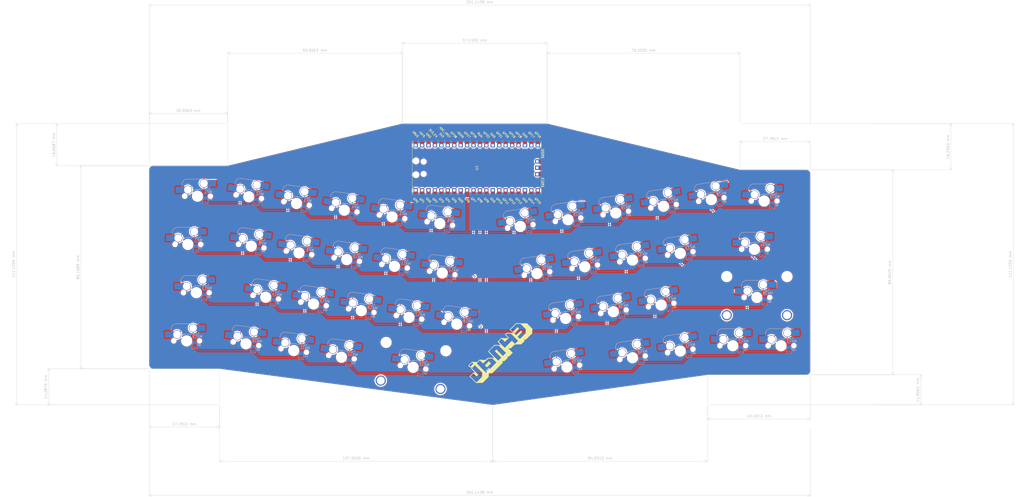
<source format=kicad_pcb>
(kicad_pcb (version 20221018) (generator pcbnew)
  (layers (0 "F.Cu" signal) (31 "B.Cu" signal) (34 "B.Paste" user) (35 "F.Paste" user) (36 "B.SilkS" user "B.Silkscreen") (37 "F.SilkS" user "F.Silkscreen") (38 "B.Mask" user) (39 "F.Mask" user) (44 "Edge.Cuts" user))
  (net 0 "")
  (net 1 "ROW_1")
  (net 2 "Net-(D1-A)")
  (net 3 "Net-(D2-A)")
  (net 4 "Net-(D3-A)")
  (net 5 "Net-(D4-A)")
  (net 6 "Net-(D5-A)")
  (net 7 "Net-(D6-A)")
  (net 8 "ROW_2")
  (net 9 "Net-(D7-A)")
  (net 10 "Net-(D8-A)")
  (net 11 "Net-(D9-A)")
  (net 12 "Net-(D10-A)")
  (net 13 "Net-(D11-A)")
  (net 14 "Net-(D12-A)")
  (net 15 "ROW_3")
  (net 16 "Net-(D13-A)")
  (net 17 "Net-(D14-A)")
  (net 18 "Net-(D15-A)")
  (net 19 "Net-(D16-A)")
  (net 20 "Net-(D17-A)")
  (net 21 "Net-(D18-A)")
  (net 22 "ROW_4")
  (net 23 "Net-(D19-A)")
  (net 24 "Net-(D20-A)")
  (net 25 "Net-(D21-A)")
  (net 26 "Net-(D22-A)")
  (net 27 "Net-(D23-A)")
  (net 28 "Net-(D24-A)")
  (net 29 "Net-(D25-A)")
  (net 30 "Net-(D26-A)")
  (net 31 "Net-(D27-A)")
  (net 32 "Net-(D28-A)")
  (net 33 "Net-(D29-A)")
  (net 34 "Net-(D30-A)")
  (net 35 "Net-(D31-A)")
  (net 36 "Net-(D32-A)")
  (net 37 "Net-(D33-A)")
  (net 38 "Net-(D34-A)")
  (net 39 "Net-(D35-A)")
  (net 40 "Net-(D36-A)")
  (net 41 "Net-(D37-A)")
  (net 42 "Net-(D38-A)")
  (net 43 "Net-(D39-A)")
  (net 44 "Net-(D40-A)")
  (net 45 "Net-(D41-A)")
  (net 46 "Net-(D42-A)")
  (net 47 "Net-(D43-A)")
  (net 48 "COL_1")
  (net 49 "COL_2")
  (net 50 "COL_3")
  (net 51 "COL_4")
  (net 52 "COL_5")
  (net 53 "COL_6")
  (net 54 "COL_7")
  (net 55 "COL_8")
  (net 56 "COL_9")
  (net 57 "COL_10")
  (net 58 "COL_11")
  (net 59 "COL_12")
  (footprint "MCU_RaspberryPi_and_Boards:RPi_Pico_SMD_TH" (layer "F.Cu") (at 147.6375 19.05 90)
    (fp_text reference "U1")
    (fp_text value "Pico")
  )
  (footprint "j6n47_footprints:j6n43_logo" (layer "F.Cu") (at 156.36875 91.28125 45)
    (fp_text reference "G***" hide)
    (fp_text value "LOGO" hide)
  )
  (footprint "PCM_marbastlib-mx:SW_MX_HS_1u" (layer "B.Cu") (at 75.331818 91.221049 172)
    (fp_text reference "MX21")
    (fp_text value "MX_SW_HS" hide)
  )
  (footprint "PCM_marbastlib-mx:SW_MX_HS_1u" (layer "B.Cu") (at 76.446802 33.123162 172)
    (fp_text reference "MX3")
    (fp_text value "MX_SW_HS" hide)
  )
  (footprint "PCM_marbastlib-mx:SW_MX_HS_1u" (layer "B.Cu") (at 94.196425 93.872297 172)
    (fp_text reference "MX22")
    (fp_text value "MX_SW_HS" hide)
  )
  (footprint "PCM_marbastlib-mx:SW_MX_HS_1u" (layer "B.Cu") (at 261.168056 32.176439 180)
    (fp_text reference "MX29")
    (fp_text value "MX_SW_HS" hide)
  )
  (footprint "Diode_SMD:D_SOD-123" (layer "B.Cu") (at 67.315652 71.293448 82)
    (fp_text reference "D14")
    (fp_text value "D_Small")
  )
  (footprint "PCM_marbastlib-mx:SW_MX_HS_1u" (layer "B.Cu") (at 171.45 60.80125 -172)
    (fp_text reference "MX30")
    (fp_text value "MX_SW_HS" hide)
  )
  (footprint "Diode_SMD:D_SOD-123" (layer "B.Cu") (at 264.31875 32.86125 90)
    (fp_text reference "D29")
    (fp_text value "D_Small")
  )
  (footprint "PCM_marbastlib-mx:SW_MX_HS_1u" (layer "B.Cu") (at 83.155535 72.828057 172)
    (fp_text reference "MX15")
    (fp_text value "MX_SW_HS" hide)
  )
  (footprint "Diode_SMD:D_SOD-123" (layer "B.Cu") (at 40.48125 30.95625 90)
    (fp_text reference "D1")
    (fp_text value "D_Small")
  )
  (footprint "PCM_marbastlib-mx:SW_MX_HS_1u" (layer "B.Cu") (at 209.179213 55.498754 -172)
    (fp_text reference "MX32")
    (fp_text value "MX_SW_HS" hide)
  )
  (footprint "Diode_SMD:D_SOD-123" (layer "B.Cu") (at 123.909473 79.247191 82)
    (fp_text reference "D17")
    (fp_text value "D_Small")
  )
  (footprint "PCM_marbastlib-mx:SW_MX_HS_1u" (layer "B.Cu") (at 201.63337 75.895004 -172)
    (fp_text reference "MX36")
    (fp_text value "MX_SW_HS" hide)
  )
  (footprint "PCM_marbastlib-mx:SW_MX_HS_1u" (layer "B.Cu") (at 115.149083 57.945423 172)
    (fp_text reference "MX11")
    (fp_text value "MX_SW_HS" hide)
  )
  (footprint "PCM_marbastlib-mx:SW_MX_HS_1u" (layer "B.Cu") (at 228.04382 91.423757 -172)
    (fp_text reference "MX41")
    (fp_text value "MX_SW_HS" hide)
  )
  (footprint "Diode_SMD:D_SOD-123" (layer "B.Cu") (at 231.259159 53.087162 98)
    (fp_text reference "D33")
    (fp_text value "D_Small")
  )
  (footprint "Diode_SMD:D_SOD-123" (layer "B.Cu") (at 142.774079 81.898439 82)
    (fp_text reference "D18")
    (fp_text value "D_Small")
  )
  (footprint "PCM_marbastlib-mx:SW_MX_HS_1.25u" (layer "B.Cu") (at 33.044306 87.421439 180)
    (fp_text reference "MX19")
    (fp_text value "MX_SW_HS" hide)
  )
  (footprint "Diode_SMD:D_SOD-123" (layer "B.Cu") (at 174.665339 61.040904 98)
    (fp_text reference "D30")
    (fp_text value "D_Small")
  )
  (footprint "Diode_SMD:D_SOD-123" (layer "B.Cu") (at 204.848709 76.134658 98)
    (fp_text reference "D36")
    (fp_text value "D_Small")
  )
  (footprint "Diode_SMD:D_SOD-123" (layer "B.Cu") (at 40.005 69.05625 90)
    (fp_text reference "D13")
    (fp_text value "D_Small")
  )
  (footprint "PCM_marbastlib-mx:SW_MX_HS_1u" (layer "B.Cu") (at 56.467212 88.569801 172)
    (fp_text reference "MX20")
    (fp_text value "MX_SW_HS" hide)
  )
  (footprint "Diode_SMD:D_SOD-123" (layer "B.Cu") (at 136.065346 42.193543 82)
    (fp_text reference "D6")
    (fp_text value "D_Small")
  )
  (footprint "Diode_SMD:D_SOD-123" (layer "B.Cu") (at 97.221149 94.988935 82)
    (fp_text reference "D22")
    (fp_text value "D_Small")
  )
  (footprint "Diode_SMD:D_SOD-123" (layer "B.Cu") (at 168.062726 42.442591 98)
    (fp_text reference "D24")
    (fp_text value "D_Small")
  )
  (footprint "Diode_SMD:D_SOD-123" (layer "B.Cu") (at 80.444594 53.759567 82)
    (fp_text reference "D9")
    (fp_text value "D_Small")
  )
  (footprint "Diode_SMD:D_SOD-123" (layer "B.Cu") (at 270.986249 90.01125 90)
    (fp_text reference "D43")
    (fp_text value "D_Small")
  )
  (footprint "PCM_marbastlib-mx:SW_MX_HS_1u" (layer "B.Cu") (at 114.176015 38.425657 172)
    (fp_text reference "MX5")
    (fp_text value "MX_SW_HS" hide)
  )
  (footprint "PCM_marbastlib-mx:SW_MX_HS_1u" (layer "B.Cu") (at 164.847388 42.202936 -172)
    (fp_text reference "MX24")
    (fp_text value "MX_SW_HS" hide)
  )
  (footprint "Diode_SMD:D_SOD-123" (layer "B.Cu") (at 205.79194 37.140096 98)
    (fp_text reference "D26")
    (fp_text value "D_Small")
  )
  (footprint "Diode_SMD:D_SOD-123" (layer "B.Cu") (at 186.455718 97.960125 98)
    (fp_text reference "D39")
    (fp_text value "D_Small")
  )
  (footprint "Diode_SMD:D_SOD-123" (layer "B.Cu") (at 118.173807 59.062062 82)
    (fp_text reference "D11")
    (fp_text value "D_Small")
  )
  (footprint "PCM_marbastlib-mx:SW_MX_HS_1u" (layer "B.Cu") (at 96.284476 55.294176 172)
    (fp_text reference "MX10")
    (fp_text value "MX_SW_HS" hide)
  )
  (footprint "Diode_SMD:D_SOD-123" (layer "B.Cu") (at 251.936249 90.01125 90)
    (fp_text reference "D42")
    (fp_text value "D_Small")
  )
  (footprint "Diode_SMD:D_SOD-123" (layer "B.Cu") (at 212.394552 55.738409 98)
    (fp_text reference "D32")
    (fp_text value "D_Small")
  )
  (footprint "PCM_marbastlib-mx:SW_MX_HS_1u" (layer "B.Cu") (at 220.497976 73.243756 -172)
    (fp_text reference "MX37")
    (fp_text value "MX_SW_HS" hide)
  )
  (footprint "PCM_marbastlib-mx:STAB_MX_P_2u" (layer "B.Cu") (at 258.310555 70.276439)
    (fp_text reference "S38" hide)
    (fp_text value "MX_stab")
  )
  (footprint "PCM_marbastlib-mx:SW_MX_HS_1u" (layer "B.Cu") (at 58.555263 49.991681 172)
    (fp_text reference "MX8")
    (fp_text value "MX_SW_HS" hide)
  )
  (footprint "PCM_marbastlib-mx:SW_MX_HS_1u" (layer "B.Cu") (at 64.290928 70.17681 172)
    (fp_text reference "MX14")
    (fp_text value "MX_SW_HS" hide)
  )
  (footprint "PCM_marbastlib-mx:SW_MX_HS_1u" (layer "B.Cu") (at 120.884748 78.130553 172)
    (fp_text reference "MX17")
    (fp_text value "MX_SW_HS" hide)
  )
  (footprint "Diode_SMD:D_SOD-123" (layer "B.Cu") (at 60.606919 31.588552 82)
    (fp_text reference "D2")
    (fp_text value "D_Small")
  )
  (footprint "PCM_marbastlib-mx:SW_MX_HS_1u" (layer "B.Cu") (at 183.711994 39.551689 -172)
    (fp_text reference "MX25")
    (fp_text value "MX_SW_HS" hide)
  )
  (footprint "Diode_SMD:D_SOD-123" (layer "B.Cu") (at 78.356543 92.337687 82)
    (fp_text reference "D21")
    (fp_text value "D_Small")
  )
  (footprint "PCM_marbastlib-mx:SW_MX_HS_1.75u" (layer "B.Cu") (at 257.358056 51.226439 180)
    (fp_text reference "MX34")
    (fp_text value "MX_SW_HS" hide)
  )
  (footprint "Diode_SMD:D_SOD-123" (layer "B.Cu") (at 98.336133 36.891048 82)
    (fp_text reference "D4")
    (fp_text value "D_Small")
  )
  (footprint "Diode_SMD:D_SOD-123" (layer "B.Cu") (at 193.529946 58.389657 98)
    (fp_text reference "D31")
    (fp_text value "D_Small")
  )
  (footprint "PCM_marbastlib-mx:SW_MX_HS_1u" (layer "B.Cu") (at 102.020141 75.479305 172)
    (fp_text reference "MX16")
    (fp_text value "MX_SW_HS" hide)
  )
  (footprint "Diode_SMD:D_SOD-123" (layer "B.Cu") (at 243.521153 31.837601 98)
    (fp_text reference "D28")
    (fp_text value "D_Small")
  )
  (footprint "PCM_marbastlib-mx:SW_MX_HS_1u" (layer "B.Cu") (at 139.749355 80.7818 172)
    (fp_text reference "MX18")
    (fp_text value "MX_SW_HS" hide)
  )
  (footprint "Diode_SMD:D_SOD-123" (layer "B.Cu") (at 231.259159 91.663412 98)
    (fp_text reference "D41")
    (fp_text value "D_Small")
  )
  (footprint "PCM_marbastlib-mx:SW_MX_HS_1u" (layer "B.Cu") (at 122.493335 97.849168 172)
    (fp_text reference "MX23")
    (fp_text value "MX_SW_HS" hide)
  )
  (footprint "PCM_marbastlib-mx:SW_MX_HS_1u" (layer "B.Cu") (at 209.179213 94.075004 -172)
    (fp_text reference "MX40")
    (fp_text value "MX_SW_HS" hide)
  )
  (footprint "Diode_SMD:D_SOD-123" (layer "B.Cu") (at 224.656547 34.488848 98)
    (fp_text reference "D27")
    (fp_text value "D_Small")
  )
  (footprint "Diode_SMD:D_SOD-123" (layer "B.Cu") (at 186.927333 39.791343 98)
    (fp_text reference "D25")
    (fp_text value "D_Small")
  )
  (footprint "PCM_marbastlib-mx:SW_MX_HS_1u" (layer "B.Cu") (at 182.768763 78.546251 -172)
    (fp_text reference "MX35")
    (fp_text value "MX_SW_HS" hide)
  )
  (footprint "Diode_SMD:D_SOD-123" (layer "B.Cu") (at 79.471526 34.2398 82)
    (fp_text reference "D3")
    (fp_text value "D_Small")
  )
  (footprint "Diode_SMD:D_SOD-123" (layer "B.Cu") (at 36.195 88.10625 90)
    (fp_text reference "D19")
    (fp_text value "D_Small")
  )
  (footprint "PCM_marbastlib-mx:SW_MX_HS_1u" (layer "B.Cu") (at 133.040622 41.076904 172)
    (fp_text reference "MX6")
    (fp_text value "MX_SW_HS" hide)
  )
  (footprint "PCM_marbastlib-mx:SW_MX_HS_1u" (layer "B.Cu") (at 248.785555 89.326439 180)
    (fp_text reference "MX42")
    (fp_text value "MX_SW_HS" hide)
  )
  (footprint "PCM_marbastlib-mx:SW_MX_HS_1u" (layer "B.Cu") (at 228.04382 52.847507 -172)
    (fp_text reference "MX33")
    (fp_text value "MX_SW_HS" hide)
  )
  (footprint "PCM_marbastlib-mx:SW_MX_HS_1u" (layer "B.Cu") (at 57.582195 30.471914 172)
    (fp_text reference "MX2")
    (fp_text value "MX_SW_HS" hide)
  )
  (footprint "PCM_marbastlib-mx:SW_MX_HS_1u" (layer "B.Cu") (at 258.310555 70.276439 180)
    (fp_text reference "MX38")
    (fp_text value "MX_SW_HS" hide)
  )
  (footprint "PCM_marbastlib-mx:SW_MX_HS_1.5u" (layer "B.Cu") (at 33.520556 49.321439 180)
    (fp_text reference "MX7")
    (fp_text value "MX_SW_HS" hide)
  )
  (footprint "Diode_SMD:D_SOD-123" (layer "B.Cu") (at 261.461249 70.96125 90)
    (fp_text reference "D38")
    (fp_text value "D_Small")
  )
  (footprint "Diode_SMD:D_SOD-123" (layer "B.Cu") (at 86.180259 73.944696 82)
    (fp_text reference "D15")
    (fp_text value "D_Small")
  )
  (footprint "PCM_marbastlib-mx:SW_MX_HS_1u" (layer "B.Cu") (at 77.41987 52.642928 172)
    (fp_text reference "MX9")
    (fp_text value "MX_SW_HS" hide)
  )
  (footprint "PCM_marbastlib-mx:SW_MX_HS_1u" (layer "B.Cu") (at 36.854306 68.371439 180)
    (fp_text reference "MX13")
    (fp_text value "MX_SW_HS" hide)
  )
  (footprint "Diode_SMD:D_SOD-123" (layer "B.Cu") (at 117.200739 39.542295 82)
    (fp_text reference "D5")
    (fp_text value "D_Small")
  )
  (footprint "Diode_SMD:D_SOD-123" (layer "B.Cu") (at 105.044866 76.595943 82)
    (fp_text reference "D16")
    (fp_text value "D_Small")
  )
  (footprint "PCM_marbastlib-mx:STAB_MX_P_2u" (layer "B.Cu") (at 122.493335 97.849168 -8)
    (fp_text reference "S23" hide)
    (fp_text value "MX_stab")
  )
  (footprint "Diode_SMD:D_SOD-123" (layer "B.Cu") (at 137.038414 61.713309 82)
    (fp_text reference "D12")
    (fp_text value "D_Small")
  )
  (footprint "PCM_marbastlib-mx:SW_MX_HS_1u" (layer "B.Cu") (at 95.311408 35.774409 172)
    (fp_text reference "MX4")
    (fp_text value "MX_SW_HS" hide)
  )
  (footprint "PCM_marbastlib-mx:SW_MX_HS_1u" (layer "B.Cu") (at 240.305814 31.597946 -172)
    (fp_text reference "MX28")
    (fp_text value "MX_SW_HS" hide)
  )
  (footprint "Diode_SMD:D_SOD-123" (layer "B.Cu") (at 125.51806 98.965806 82)
    (fp_text reference "D23")
    (fp_text value "D_Small")
  )
  (footprint "PCM_marbastlib-mx:SW_MX_HS_1u" (layer "B.Cu") (at 37.330556 30.271439 180)
    (fp_text reference "MX1")
    (fp_text value "MX_SW_HS" hide)
  )
  (footprint "Diode_SMD:D_SOD-123" (layer "B.Cu") (at 36.67125 50.00625 90)
    (fp_text reference "D7")
    (fp_text value "D_Small")
  )
  (footprint "Diode_SMD:D_SOD-123" (layer "B.Cu") (at 99.309201 56.410814 82)
    (fp_text reference "D10")
    (fp_text value "D_Small")
  )
  (footprint "PCM_marbastlib-mx:SW_MX_HS_1u" (layer "B.Cu") (at 221.441208 34.249194 -172)
    (fp_text reference "MX27")
    (fp_text value "MX_SW_HS" hide)
  )
  (footprint "Diode_SMD:D_SOD-123" (layer "B.Cu") (at 61.579987 51.108319 82)
    (fp_text reference "D8")
    (fp_text value "D_Small")
  )
  (footprint "Diode_SMD:D_SOD-123" (layer "B.Cu") (at 59.491936 89.68644 82)
    (fp_text reference "D20")
    (fp_text value "D_Small")
  )
  (footprint "PCM_marbastlib-mx:SW_MX_HS_1u" (layer "B.Cu") (at 202.576601 36.900441 -172)
    (fp_text reference "MX26")
    (fp_text value "MX_SW_HS" hide)
  )
  (footprint "Diode_SMD:D_SOD-123" (layer "B.Cu") (at 223.713315 73.483411 98)
    (fp_text reference "D37")
    (fp_text value "D_Small")
  )
  (footprint "PCM_marbastlib-mx:SW_MX_HS_1.75u" (layer "B.Cu") (at 183.240379 97.72047 -172)
    (fp_text reference "MX39")
    (fp_text value "MX_SW_HS" hide)
  )
  (footprint "Diode_SMD:D_SOD-123" (layer "B.Cu") (at 185.984102 78.785906 98)
    (fp_text reference "D35")
    (fp_text value "D_Small")
  )
  (footprint "Diode_SMD:D_SOD-123" (layer "B.Cu") (at 212.394552 94.314659 98)
    (fp_text reference "D40")
    (fp_text value "D_Small")
  )
  (footprint "PCM_marbastlib-mx:SW_MX_HS_1u" (layer "B.Cu") (at 134.01369 60.596671 172)
    (fp_text reference "MX12")
    (fp_text value "MX_SW_HS" hide)
  )
  (footprint "Diode_SMD:D_SOD-123" (layer "B.Cu") (at 260.50875 51.91125 90)
    (fp_text reference "D34")
    (fp_text value "D_Small")
  )
  (footprint "PCM_marbastlib-mx:SW_MX_HS_1u" (layer "B.Cu") (at 267.835555 89.326439 180)
    (fp_text reference "MX43")
    (fp_text value "MX_SW_HS" hide)
  )
  (footprint "PCM_marbastlib-mx:SW_MX_HS_1u" (layer "B.Cu") (at 190.314607 58.150002 -172)
    (fp_text reference "MX31")
    (fp_text value "MX_SW_HS" hide)
  )
  (gr_arc (start 277.8125 19.84375) (mid 278.935032 20.308718) (end 279.4 21.43125) (stroke (width 0.1)) (layer "Edge.Cuts"))
  (gr_line (start 18.25625 96.8375) (end 18.25625 19.84375) (stroke (width 0.1)) (layer "Edge.Cuts"))
  (gr_line (start 277.8125 100.80625) (end 238.91875 100.80625) (stroke (width 0.1)) (layer "Edge.Cuts"))
  (gr_line (start 238.91875 100.80625) (end 153.9875 112.7125) (stroke (width 0.1)) (layer "Edge.Cuts"))
  (gr_line (start 279.4 21.43125) (end 279.4 99.21875) (stroke (width 0.1)) (layer "Edge.Cuts"))
  (gr_line (start 46.0375 98.425) (end 19.84375 98.425) (stroke (width 0.1)) (layer "Edge.Cuts"))
  (gr_arc (start 18.25625 19.84375) (mid 18.721218 18.721218) (end 19.84375 18.25625) (stroke (width 0.1)) (layer "Edge.Cuts"))
  (gr_line (start 49.2125 18.25625) (end 118.26875 1.5875) (stroke (width 0.1)) (layer "Edge.Cuts"))
  (gr_arc (start 19.84375 98.425) (mid 18.721218 97.960032) (end 18.25625 96.8375) (stroke (width 0.1)) (layer "Edge.Cuts"))
  (gr_line (start 251.61875 19.84375) (end 277.8125 19.84375) (stroke (width 0.1)) (layer "Edge.Cuts"))
  (gr_line (start 153.9875 112.7125) (end 46.0375 98.425) (stroke (width 0.1)) (layer "Edge.Cuts"))
  (gr_line (start 175.41875 1.5875) (end 251.61875 19.84375) (stroke (width 0.1)) (layer "Edge.Cuts"))
  (gr_arc (start 279.4 99.21875) (mid 278.935032 100.341282) (end 277.8125 100.80625) (stroke (width 0.1)) (layer "Edge.Cuts"))
  (gr_line (start 118.26875 1.5875) (end 175.41875 1.5875) (stroke (width 0.1)) (layer "Edge.Cuts"))
  (gr_line (start 19.84375 18.25625) (end 49.2125 18.25625) (stroke (width 0.1)) (layer "Edge.Cuts"))
  (dimension (type aligned) (layer "Edge.Cuts") (pts (xy 46.0375 112.7125) (xy 46.0375 98.425)) (height -67.46875) (gr_text "14.2875 mm" (at -22.58125 105.56875 90) (layer "Edge.Cuts") (effects (font (size 1 1) (thickness 0.15)))) (format (prefix "") (suffix "") (units 3) (units_format 1) (precision 4)) (style (thickness 0.1) (arrow_length 1.27) (text_position_mode 0) (extension_height 0.58642) (extension_offset 0.5) keep_text_aligned))
  (dimension (type aligned) (layer "Edge.Cuts") (pts (xy 118.26875 1.5875) (xy 49.2125 1.5875)) (height 27.78125) (gr_text "69.0563 mm" (at 83.740625 -27.34375) (layer "Edge.Cuts") (effects (font (size 1 1) (thickness 0.15)))) (format (prefix "") (suffix "") (units 3) (units_format 1) (precision 4)) (style (thickness 0.1) (arrow_length 1.27) (text_position_mode 0) (extension_height 0.58642) (extension_offset 0.5) keep_text_aligned))
  (dimension (type aligned) (layer "Edge.Cuts") (pts (xy 238.91875 100.80625) (xy 238.91875 112.7125)) (height -84.1375) (gr_text "11.9062 mm" (at 321.90625 106.759375 90) (layer "Edge.Cuts") (effects (font (size 1 1) (thickness 0.15)))) (format (prefix "") (suffix "") (units 3) (units_format 1) (precision 4)) (style (thickness 0.1) (arrow_length 1.27) (text_position_mode 0) (extension_height 0.58642) (extension_offset 0.5) keep_text_aligned))
  (dimension (type aligned) (layer "Edge.Cuts") (pts (xy 153.9875 112.7125) (xy 238.91875 112.7125)) (height 22.225) (gr_text "84.9313 mm" (at 196.453125 133.7875) (layer "Edge.Cuts") (effects (font (size 1 1) (thickness 0.15)))) (format (prefix "") (suffix "") (units 3) (units_format 1) (precision 4)) (style (thickness 0.1) (arrow_length 1.27) (text_position_mode 0) (extension_height 0.58642) (extension_offset 0.5) keep_text_aligned))
  (dimension (type aligned) (layer "Edge.Cuts") (pts (xy 304.00625 1.5875) (xy 304.00625 112.7125)) (height -55.5625) (gr_text "111.1250 mm" (at 358.41875 57.15 90) (layer "Edge.Cuts") (effects (font (size 1 1) (thickness 0.15)))) (format (prefix "") (suffix "") (units 3) (units_format 1) (precision 4)) (style (thickness 0.1) (arrow_length 1.27) (text_position_mode 0) (extension_height 0.58642) (extension_offset 0.5) keep_text_aligned))
  (dimension (type aligned) (layer "Edge.Cuts") (pts (xy 49.2125 1.5875) (xy 49.2125 18.25625)) (height 67.46875) (gr_text "16.6687 mm" (at -19.40625 9.921875 90) (layer "Edge.Cuts") (effects (font (size 1 1) (thickness 0.15)))) (format (prefix "") (suffix "") (units 3) (units_format 1) (precision 4)) (style (thickness 0.1) (arrow_length 1.27) (text_position_mode 0) (extension_height 0.58642) (extension_offset 0.5) keep_text_aligned))
  (dimension (type aligned) (layer "Edge.Cuts") (pts (xy 18.25625 2.38125) (xy 279.4 2.38125)) (height -47.625) (gr_text "261.1438 mm" (at 148.828125 -46.39375) (layer "Edge.Cuts") (effects (font (size 1 1) (thickness 0.15)))) (format (prefix "") (suffix "") (units 3) (units_format 1) (precision 4)) (style (thickness 0.1) (arrow_length 1.27) (text_position_mode 0) (extension_height 0.58642) (extension_offset 0.5) keep_text_aligned))
  (dimension (type aligned) (layer "Edge.Cuts") (pts (xy 18.25625 18.25625) (xy 18.25625 98.425)) (height 26.9875) (gr_text "80.1688 mm" (at -9.88125 58.340625 90) (layer "Edge.Cuts") (effects (font (size 1 1) (thickness 0.15)))) (format (prefix "") (suffix "") (units 3) (units_format 1) (precision 4)) (style (thickness 0.1) (arrow_length 1.27) (text_position_mode 0) (extension_height 0.58642) (extension_offset 0.5) keep_text_aligned))
  (dimension (type aligned) (layer "Edge.Cuts") (pts (xy 251.61875 1.5875) (xy 251.61875 19.84375)) (height -83.34375) (gr_text "18.2563 mm" (at 333.8125 10.715625 90) (layer "Edge.Cuts") (effects (font (size 1 1) (thickness 0.15)))) (format (prefix "") (suffix "") (units 3) (units_format 1) (precision 4)) (style (thickness 0.1) (arrow_length 1.27) (text_position_mode 0) (extension_height 0.58642) (extension_offset 0.5) keep_text_aligned))
  (dimension (type aligned) (layer "Edge.Cuts") (pts (xy 175.41875 1.5875) (xy 251.61875 1.5875)) (height -27.78125) (gr_text "76.2000 mm" (at 213.51875 -27.34375) (layer "Edge.Cuts") (effects (font (size 1 1) (thickness 0.15)))) (format (prefix "") (suffix "") (units 3) (units_format 1) (precision 4)) (style (thickness 0.1) (arrow_length 1.27) (text_position_mode 0) (extension_height 0.58642) (extension_offset 0.5) keep_text_aligned))
  (dimension (type aligned) (layer "Edge.Cuts") (pts (xy 279.4 19.84375) (xy 279.4 100.80625)) (height -32.54375) (gr_text "80.9625 mm" (at 310.79375 60.325 90) (layer "Edge.Cuts") (effects (font (size 1 1) (thickness 0.15)))) (format (prefix "") (suffix "") (units 3) (units_format 1) (precision 4)) (style (thickness 0.1) (arrow_length 1.27) (text_position_mode 0) (extension_height 0.58642) (extension_offset 0.5) keep_text_aligned))
  (dimension (type aligned) (layer "Edge.Cuts") (pts (xy -18.25625 1.5875) (xy -18.25625 112.7125)) (height 15.874999) (gr_text "111.1250 mm" (at -35.281249 57.15 90) (layer "Edge.Cuts") (effects (font (size 1 1) (thickness 0.15)))) (format (prefix "") (suffix "") (units 3) (units_format 1) (precision 4)) (style (thickness 0.1) (arrow_length 1.27) (text_position_mode 0) (extension_height 0.58642) (extension_offset 0.5) keep_text_aligned))
  (dimension (type aligned) (layer "Edge.Cuts") (pts (xy 18.25625 98.425) (xy 46.0375 98.425)) (height 23.01875) (gr_text "27.7812 mm" (at 32.146875 120.29375) (layer "Edge.Cuts") (effects (font (size 1 1) (thickness 0.15)))) (format (prefix "") (suffix "") (units 3) (units_format 1) (precision 4)) (style (thickness 0.1) (arrow_length 1.27) (text_position_mode 0) (extension_height 0.58642) (extension_offset 0.5) keep_text_aligned))
  (dimension (type aligned) (layer "Edge.Cuts") (pts (xy 153.9875 112.7125) (xy 46.0375 112.7125)) (height -22.225) (gr_text "107.9500 mm" (at 100.0125 133.7875) (layer "Edge.Cuts") (effects (font (size 1 1) (thickness 0.15)))) (format (prefix "") (suffix "") (units 3) (units_format 1) (precision 4)) (style (thickness 0.1) (arrow_length 1.27) (text_position_mode 0) (extension_height 0.58642) (extension_offset 0.5) keep_text_aligned))
  (dimension (type aligned) (layer "Edge.Cuts") (pts (xy 118.26875 1.5875) (xy 175.41875 1.5875)) (height -31.75) (gr_text "57.1500 mm" (at 146.84375 -31.3125) (layer "Edge.Cuts") (effects (font (size 1 1) (thickness 0.15)))) (format (prefix "") (suffix "") (units 3) (units_format 1) (precision 4)) (style (thickness 0.1) (arrow_length 1.27) (text_position_mode 0) (extension_height 0.58642) (extension_offset 0.5) keep_text_aligned))
  (dimension (type aligned) (layer "Edge.Cuts") (pts (xy 18.25625 121.44375) (xy 279.4 121.44375)) (height 26.987499) (gr_text "261.1438 mm" (at 148.828125 147.281249) (layer "Edge.Cuts") (effects (font (size 1 1) (thickness 0.15)))) (format (prefix "") (suffix "") (units 3) (units_format 1) (precision 4)) (style (thickness 0.1) (arrow_length 1.27) (text_position_mode 0) (extension_height 0.58642) (extension_offset 0.5) keep_text_aligned))
  (dimension (type aligned) (layer "Edge.Cuts") (pts (xy 251.61875 19.84375) (xy 279.4 19.84375)) (height -11.1125) (gr_text "27.7812 mm" (at 265.509375 7.58125) (layer "Edge.Cuts") (effects (font (size 1 1) (thickness 0.15)))) (format (prefix "") (suffix "") (units 3) (units_format 1) (precision 4)) (style (thickness 0.1) (arrow_length 1.27) (text_position_mode 0) (extension_height 0.58642) (extension_offset 0.5) keep_text_aligned))
  (dimension (type aligned) (layer "Edge.Cuts") (pts (xy 279.4 100.80625) (xy 238.91875 100.80625)) (height -17.4625) (gr_text "40.4813 mm" (at 259.159375 117.11875) (layer "Edge.Cuts") (effects (font (size 1 1) (thickness 0.15)))) (format (prefix "") (suffix "") (units 3) (units_format 1) (precision 4)) (style (thickness 0.1) (arrow_length 1.27) (text_position_mode 0) (extension_height 0.58642) (extension_offset 0.5) keep_text_aligned))
  (dimension (type aligned) (layer "Edge.Cuts") (pts (xy 18.25625 18.25625) (xy 49.2125 18.25625)) (height -20.6375) (gr_text "30.9563 mm" (at 33.734375 -3.53125) (layer "Edge.Cuts") (effects (font (size 1 1) (thickness 0.15)))) (format (prefix "") (suffix "") (units 3) (units_format 1) (precision 4)) (style (thickness 0.1) (arrow_length 1.27) (text_position_mode 0) (extension_height 0.58642) (extension_offset 0.5) keep_text_aligned))
  (segment (start 63.028531 35.873742) (end 79.24189 35.873742) (width 0.25) (layer "B.Cu") (net 1))
  (segment (start 81.893138 38.52499) (end 98.106497 38.52499) (width 0.25) (layer "B.Cu") (net 1))
  (segment (start 100.757744 41.176237) (end 116.971103 41.176237) (width 0.25) (layer "B.Cu") (net 1))
  (segment (start 116.971103 41.176237) (end 119.622351 43.827485) (width 0.25) (layer "B.Cu") (net 1))
  (segment (start 143.8275 44.413086) (end 143.8275 27.94) (width 0.25) (layer "B.Cu") (net 1))
  (segment (start 241.099542 36.12279) (end 224.886183 36.12279) (width 0.25) (layer "B.Cu") (net 1))
  (segment (start 40.48125 32.60625) (end 40.715814 32.840814) (width 0.25) (layer "B.Cu") (net 1))
  (segment (start 206.021576 38.774038) (end 203.370329 41.425285) (width 0.25) (layer "B.Cu") (net 1))
  (segment (start 143.66875 44.571836) (end 143.8275 44.413086) (width 0.25) (layer "B.Cu") (net 1))
  (segment (start 79.24189 35.873742) (end 81.893138 38.52499) (width 0.25) (layer "B.Cu") (net 1))
  (segment (start 243.750789 33.471543) (end 241.099542 36.12279) (width 0.25) (layer "B.Cu") (net 1))
  (segment (start 143.66875 44.571836) (end 167.797059 44.571836) (width 0.25) (layer "B.Cu") (net 1))
  (segment (start 224.886183 36.12279) (end 222.234935 38.774038) (width 0.25) (layer "B.Cu") (net 1))
  (segment (start 98.106497 38.52499) (end 100.757744 41.176237) (width 0.25) (layer "B.Cu") (net 1))
  (segment (start 119.622351 43.827485) (end 135.83571 43.827485) (width 0.25) (layer "B.Cu") (net 1))
  (segment (start 40.715814 32.840814) (end 59.995603 32.840814) (width 0.25) (layer "B.Cu") (net 1))
  (segment (start 187.156969 41.425285) (end 184.505721 44.076533) (width 0.25) (layer "B.Cu") (net 1))
  (segment (start 136.580061 44.571836) (end 143.66875 44.571836) (width 0.25) (layer "B.Cu") (net 1))
  (segment (start 222.234935 38.774038) (end 206.021576 38.774038) (width 0.25) (layer "B.Cu") (net 1))
  (segment (start 59.995603 32.840814) (end 60.377283 33.222494) (width 0.25) (layer "B.Cu") (net 1))
  (segment (start 244.824585 34.545339) (end 243.750789 33.471543) (width 0.25) (layer "B.Cu") (net 1))
  (segment (start 184.505721 44.076533) (end 168.292362 44.076533) (width 0.25) (layer "B.Cu") (net 1))
  (segment (start 203.370329 41.425285) (end 187.156969 41.425285) (width 0.25) (layer "B.Cu") (net 1))
  (segment (start 60.377283 33.222494) (end 63.028531 35.873742) (width 0.25) (layer "B.Cu") (net 1))
  (segment (start 264.284661 34.545339) (end 244.824585 34.545339) (width 0.25) (layer "B.Cu") (net 1))
  (segment (start 167.797059 44.571836) (end 168.292362 44.076533) (width 0.25) (layer "B.Cu") (net 1))
  (segment (start 135.83571 43.827485) (end 136.580061 44.571836) (width 0.25) (layer "B.Cu") (net 1))
  (segment (start 264.31875 34.51125) (end 264.284661 34.545339) (width 0.25) (layer "B.Cu") (net 1))
  (segment (start 39.870556 28.695556) (end 40.48125 29.30625) (width 0.25) (layer "B.Cu") (net 2))
  (segment (start 39.870556 25.191439) (end 39.870556 28.695556) (width 0.25) (layer "B.Cu") (net 2))
  (segment (start 60.804475 25.794852) (end 60.804475 29.92253) (width 0.25) (layer "B.Cu") (net 3))
  (segment (start 60.804475 29.92253) (end 60.836555 29.95461) (width 0.25) (layer "B.Cu") (net 3))
  (segment (start 79.669082 28.4461) (end 79.669082 32.573778) (width 0.25) (layer "B.Cu") (net 4))
  (segment (start 79.669082 32.573778) (end 79.701162 32.605858) (width 0.25) (layer "B.Cu") (net 4))
  (segment (start 98.533688 35.225025) (end 98.565769 35.257106) (width 0.25) (layer "B.Cu") (net 5))
  (segment (start 98.533688 31.097347) (end 98.533688 35.225025) (width 0.25) (layer "B.Cu") (net 5))
  (segment (start 117.398295 37.876273) (end 117.430375 37.908353) (width 0.25) (layer "B.Cu") (net 6))
  (segment (start 117.398295 33.748595) (end 117.398295 37.876273) (width 0.25) (layer "B.Cu") (net 6))
  (segment (start 136.262902 40.527521) (end 136.294982 40.559601) (width 0.25) (layer "B.Cu") (net 7))
  (segment (start 136.262902 36.399842) (end 136.262902 40.527521) (width 0.25) (layer "B.Cu") (net 7))
  (segment (start 146.3675 27.94) (end 146.3675 61.43625) (width 0.25) (layer "F.Cu") (net 8))
  (segment (start 146.3675 61.43625) (end 146.84375 61.9125) (width 0.25) (layer "F.Cu") (net 8))
  (via (at 146.84375 61.9125) (size 0.8) (drill 0.4) (layers "F.Cu" "B.Cu") (net 8))
  (segment (start 212.624188 57.372351) (end 209.97294 60.023599) (width 0.25) (layer "B.Cu") (net 8))
  (segment (start 117.944171 60.696004) (end 120.595418 63.347251) (width 0.25) (layer "B.Cu") (net 8))
  (segment (start 61.350351 52.742261) (end 64.001599 55.393509) (width 0.25) (layer "B.Cu") (net 8))
  (segment (start 191.108335 62.674846) (end 174.894975 62.674846) (width 0.25) (layer "B.Cu") (net 8))
  (segment (start 101.730813 60.696004) (end 117.944171 60.696004) (width 0.25) (layer "B.Cu") (net 8))
  (segment (start 146.84375 63.347251) (end 174.22257 63.347251) (width 0.25) (layer "B.Cu") (net 8))
  (segment (start 80.214958 55.393509) (end 82.866205 58.044756) (width 0.25) (layer "B.Cu") (net 8))
  (segment (start 64.001599 55.393509) (end 80.214958 55.393509) (width 0.25) (layer "B.Cu") (net 8))
  (segment (start 209.97294 60.023599) (end 193.759582 60.023599) (width 0.25) (layer "B.Cu") (net 8))
  (segment (start 259.348896 54.721104) (end 231.488795 54.721104) (width 0.25) (layer "B.Cu") (net 8))
  (segment (start 146.84375 63.347251) (end 146.84375 61.9125) (width 0.25) (layer "B.Cu") (net 8))
  (segment (start 228.837548 57.372351) (end 212.624188 57.372351) (width 0.25) (layer "B.Cu") (net 8))
  (segment (start 82.866205 58.044756) (end 99.079565 58.044756) (width 0.25) (layer "B.Cu") (net 8))
  (segment (start 231.488795 54.721104) (end 228.837548 57.372351) (width 0.25) (layer "B.Cu") (net 8))
  (segment (start 36.67125 51.65625) (end 37.757261 52.742261) (width 0.25) (layer "B.Cu") (net 8))
  (segment (start 99.079565 58.044756) (end 101.730813 60.696004) (width 0.25) (layer "B.Cu") (net 8))
  (segment (start 120.595418 63.347251) (end 136.808778 63.347251) (width 0.25) (layer "B.Cu") (net 8))
  (segment (start 37.757261 52.742261) (end 61.350351 52.742261) (width 0.25) (layer "B.Cu") (net 8))
  (segment (start 193.759582 60.023599) (end 191.108335 62.674846) (width 0.25) (layer "B.Cu") (net 8))
  (segment (start 174.22257 63.347251) (end 174.894975 62.674846) (width 0.25) (layer "B.Cu") (net 8))
  (segment (start 260.50875 53.56125) (end 259.348896 54.721104) (width 0.25) (layer "B.Cu") (net 8))
  (segment (start 136.808778 63.347251) (end 146.84375 63.347251) (width 0.25) (layer "B.Cu") (net 8))
  (segment (start 36.060556 44.241439) (end 36.060556 47.745556) (width 0.25) (layer "B.Cu") (net 9))
  (segment (start 36.060556 47.745556) (end 36.67125 48.35625) (width 0.25) (layer "B.Cu") (net 9))
  (segment (start 61.777543 45.314619) (end 61.777543 49.442297) (width 0.25) (layer "B.Cu") (net 10))
  (segment (start 61.777543 49.442297) (end 61.809623 49.474377) (width 0.25) (layer "B.Cu") (net 10))
  (segment (start 80.64215 47.965866) (end 80.64215 52.093545) (width 0.25) (layer "B.Cu") (net 11))
  (segment (start 80.64215 52.093545) (end 80.67423 52.125625) (width 0.25) (layer "B.Cu") (net 11))
  (segment (start 99.506756 50.617114) (end 99.506756 54.744791) (width 0.25) (layer "B.Cu") (net 12))
  (segment (start 99.506756 54.744791) (end 99.538837 54.776872) (width 0.25) (layer "B.Cu") (net 12))
  (segment (start 118.371363 57.39604) (end 118.403443 57.42812) (width 0.25) (layer "B.Cu") (net 13))
  (segment (start 118.371363 53.268361) (end 118.371363 57.39604) (width 0.25) (layer "B.Cu") (net 13))
  (segment (start 137.23597 60.047287) (end 137.26805 60.079367) (width 0.25) (layer "B.Cu") (net 14))
  (segment (start 137.23597 55.919609) (end 137.23597 60.047287) (width 0.25) (layer "B.Cu") (net 14))
  (segment (start 148.9075 81.43875) (end 149.225 81.75625) (width 0.25) (layer "F.Cu") (net 15))
  (segment (start 148.9075 27.94) (end 148.9075 81.43875) (width 0.25) (layer "F.Cu") (net 15))
  (via (at 149.225 81.75625) (size 0.8) (drill 0.4) (layers "F.Cu" "B.Cu") (net 15))
  (segment (start 259.847512 74.224987) (end 224.835317 74.224987) (width 0.25) (layer "B.Cu") (net 15))
  (segment (start 88.60187 78.229885) (end 104.81523 78.229885) (width 0.25) (layer "B.Cu") (net 15))
  (segment (start 202.427097 80.419848) (end 186.213738 80.419848) (width 0.25) (layer "B.Cu") (net 15))
  (segment (start 42.22614 72.92739) (end 67.086016 72.92739) (width 0.25) (layer "B.Cu") (net 15))
  (segment (start 261.461249 72.61125) (end 259.847512 74.224987) (width 0.25) (layer "B.Cu") (net 15))
  (segment (start 40.005 70.70625) (end 42.22614 72.92739) (width 0.25) (layer "B.Cu") (net 15))
  (segment (start 107.466478 80.881133) (end 123.679837 80.881133) (width 0.25) (layer "B.Cu") (net 15))
  (segment (start 126.331085 83.532381) (end 142.544443 83.532381) (width 0.25) (layer "B.Cu") (net 15))
  (segment (start 104.81523 78.229885) (end 107.466478 80.881133) (width 0.25) (layer "B.Cu") (net 15))
  (segment (start 142.544443 83.532381) (end 149.225 83.532381) (width 0.25) (layer "B.Cu") (net 15))
  (segment (start 183.101205 83.532381) (end 186.213738 80.419848) (width 0.25) (layer "B.Cu") (net 15))
  (segment (start 123.679837 80.881133) (end 126.331085 83.532381) (width 0.25) (layer "B.Cu") (net 15))
  (segment (start 224.835317 74.224987) (end 223.942951 75.117353) (width 0.25) (layer "B.Cu") (net 15))
  (segment (start 205.078345 77.7686) (end 202.427097 80.419848) (width 0.25) (layer "B.Cu") (net 15))
  (segment (start 223.942951 75.117353) (end 221.291704 77.7686) (width 0.25) (layer "B.Cu") (net 15))
  (segment (start 149.225 83.532381) (end 183.101205 83.532381) (width 0.25) (layer "B.Cu") (net 15))
  (segment (start 149.225 83.532381) (end 149.225 81.75625) (width 0.25) (layer "B.Cu") (net 15))
  (segment (start 69.737264 75.578638) (end 85.950623 75.578638) (width 0.25) (layer "B.Cu") (net 15))
  (segment (start 67.086016 72.92739) (end 69.737264 75.578638) (width 0.25) (layer "B.Cu") (net 15))
  (segment (start 85.950623 75.578638) (end 88.60187 78.229885) (width 0.25) (layer "B.Cu") (net 15))
  (segment (start 221.291704 77.7686) (end 205.078345 77.7686) (width 0.25) (layer "B.Cu") (net 15))
  (segment (start 39.394306 63.291439) (end 39.394306 66.795556) (width 0.25) (layer "B.Cu") (net 16))
  (segment (start 39.394306 66.795556) (end 40.005 67.40625) (width 0.25) (layer "B.Cu") (net 16))
  (segment (start 67.513208 65.499748) (end 67.513208 69.627426) (width 0.25) (layer "B.Cu") (net 17))
  (segment (start 67.513208 69.627426) (end 67.545288 69.659506) (width 0.25) (layer "B.Cu") (net 17))
  (segment (start 86.377815 72.278674) (end 86.409895 72.310754) (width 0.25) (layer "B.Cu") (net 18))
  (segment (start 86.377815 68.150995) (end 86.377815 72.278674) (width 0.25) (layer "B.Cu") (net 18))
  (segment (start 105.242421 70.802243) (end 105.242421 74.92992) (width 0.25) (layer "B.Cu") (net 19))
  (segment (start 105.242421 74.92992) (end 105.274502 74.962001) (width 0.25) (layer "B.Cu") (net 19))
  (segment (start 124.107028 77.581168) (end 124.139109 77.613249) (width 0.25) (layer "B.Cu") (net 20))
  (segment (start 124.107028 73.453491) (end 124.107028 77.581168) (width 0.25) (layer "B.Cu") (net 20))
  (segment (start 142.971635 76.104738) (end 142.971635 80.232417) (width 0.25) (layer "B.Cu") (net 21))
  (segment (start 142.971635 80.232417) (end 143.003715 80.264497) (width 0.25) (layer "B.Cu") (net 21))
  (segment (start 151.4475 98.26625) (end 151.4475 27.94) (width 0.25) (layer "F.Cu") (net 22))
  (segment (start 152.4 99.21875) (end 151.4475 98.26625) (width 0.25) (layer "F.Cu") (net 22))
  (via (at 152.4 99.21875) (size 0.8) (drill 0.4) (layers "F.Cu" "B.Cu") (net 22))
  (segment (start 100.586704 100.218068) (end 124.906744 100.218068) (width 0.25) (layer "B.Cu") (net 22))
  (segment (start 36.195 89.75625) (end 37.759132 91.320382) (width 0.25) (layer "B.Cu") (net 22))
  (segment (start 212.624188 95.948601) (end 208.978722 99.594067) (width 0.25) (layer "B.Cu") (net 22))
  (segment (start 270.95216 91.695339) (end 251.970338 91.695339) (width 0.25) (layer "B.Cu") (net 22))
  (segment (start 251.936249 91.66125) (end 250.300145 93.297354) (width 0.25) (layer "B.Cu") (net 22))
  (segment (start 231.488795 93.297354) (end 228.837548 95.948601) (width 0.25) (layer "B.Cu") (net 22))
  (segment (start 152.4 100.599748) (end 185.679673 100.599748) (width 0.25) (layer "B.Cu") (net 22))
  (segment (start 96.991513 96.622877) (end 100.586704 100.218068) (width 0.25) (layer "B.Cu") (net 22))
  (segment (start 152.4 100.599748) (end 152.4 99.21875) (width 0.25) (layer "B.Cu") (net 22))
  (segment (start 78.126907 93.971629) (end 80.778155 96.622877) (width 0.25) (layer "B.Cu") (net 22))
  (segment (start 61.913547 93.971629) (end 78.126907 93.971629) (width 0.25) (layer "B.Cu") (net 22))
  (segment (start 80.778155 96.622877) (end 96.991513 96.622877) (width 0.25) (layer "B.Cu") (net 22))
  (segment (start 250.300145 93.297354) (end 231.488795 93.297354) (width 0.25) (layer "B.Cu") (net 22))
  (segment (start 125.288424 100.599748) (end 152.4 100.599748) (width 0.25) (layer "B.Cu") (net 22))
  (segment (start 228.837548 95.948601) (end 212.624188 95.948601) (width 0.25) (layer "B.Cu") (net 22))
  (segment (start 37.759132 91.320382) (end 59.2623 91.320382) (width 0.25) (layer "B.Cu") (net 22))
  (segment (start 185.679673 100.599748) (end 186.685354 99.594067) (width 0.25) (layer "B.Cu") (net 22))
  (segment (start 59.2623 91.320382) (end 61.913547 93.971629) (width 0.25) (layer "B.Cu") (net 22))
  (segment (start 251.970338 91.695339) (end 251.936249 91.66125) (width 0.25) (layer "B.Cu") (net 22))
  (segment (start 270.986249 91.66125) (end 270.95216 91.695339) (width 0.25) (layer "B.Cu") (net 22))
  (segment (start 208.978722 99.594067) (end 186.685354 99.594067) (width 0.25) (layer "B.Cu") (net 22))
  (segment (start 124.906744 100.218068) (end 125.288424 100.599748) (width 0.25) (layer "B.Cu") (net 22))
  (segment (start 35.584306 82.341439) (end 35.584306 85.845556) (width 0.25) (layer "B.Cu") (net 23))
  (segment (start 35.584306 85.845556) (end 36.195 86.45625) (width 0.25) (layer "B.Cu") (net 23))
  (segment (start 59.689492 88.020418) (end 59.721572 88.052498) (width 0.25) (layer "B.Cu") (net 24))
  (segment (start 59.689492 83.892739) (end 59.689492 88.020418) (width 0.25) (layer "B.Cu") (net 24))
  (segment (start 78.554098 86.543987) (end 78.554098 90.671664) (width 0.25) (layer "B.Cu") (net 25))
  (segment (start 78.554098 90.671664) (end 78.586179 90.703745) (width 0.25) (layer "B.Cu") (net 25))
  (segment (start 97.418705 89.195235) (end 97.418705 93.322913) (width 0.25) (layer "B.Cu") (net 26))
  (segment (start 97.418705 93.322913) (end 97.450785 93.354993) (width 0.25) (layer "B.Cu") (net 26))
  (segment (start 125.715615 93.172106) (end 125.715615 97.299783) (width 0.25) (layer "B.Cu") (net 27))
  (segment (start 125.715615 97.299783) (end 125.747696 97.331864) (width 0.25) (layer "B.Cu") (net 27))
  (segment (start 166.65567 39.631229) (end 167.83309 40.808649) (width 0.25) (layer "B.Cu") (net 28))
  (segment (start 166.65567 36.818875) (end 166.65567 39.631229) (width 0.25) (layer "B.Cu") (net 28))
  (segment (start 185.520276 36.97998) (end 186.697697 38.157401) (width 0.25) (layer "B.Cu") (net 29))
  (segment (start 185.520276 34.167628) (end 185.520276 36.97998) (width 0.25) (layer "B.Cu") (net 29))
  (segment (start 204.384883 34.328733) (end 205.562304 35.506154) (width 0.25) (layer "B.Cu") (net 30))
  (segment (start 204.384883 31.51638) (end 204.384883 34.328733) (width 0.25) (layer "B.Cu") (net 30))
  (segment (start 223.24949 28.865133) (end 223.24949 31.677485) (width 0.25) (layer "B.Cu") (net 31))
  (segment (start 223.24949 31.677485) (end 224.426911 32.854906) (width 0.25) (layer "B.Cu") (net 31))
  (segment (start 242.114096 26.213885) (end 242.114096 29.026238) (width 0.25) (layer "B.Cu") (net 32))
  (segment (start 242.114096 29.026238) (end 243.291517 30.203659) (width 0.25) (layer "B.Cu") (net 32))
  (segment (start 263.708056 30.600556) (end 264.31875 31.21125) (width 0.25) (layer "B.Cu") (net 33))
  (segment (start 263.708056 27.096439) (end 263.708056 30.600556) (width 0.25) (layer "B.Cu") (net 33))
  (segment (start 173.258282 58.229541) (end 174.435703 59.406962) (width 0.25) (layer "B.Cu") (net 34))
  (segment (start 173.258282 55.417189) (end 173.258282 58.229541) (width 0.25) (layer "B.Cu") (net 34))
  (segment (start 192.122889 52.765941) (end 192.122889 55.578294) (width 0.25) (layer "B.Cu") (net 35))
  (segment (start 192.122889 55.578294) (end 193.30031 56.755715) (width 0.25) (layer "B.Cu") (net 35))
  (segment (start 210.987495 52.927046) (end 212.164916 54.104467) (width 0.25) (layer "B.Cu") (net 36))
  (segment (start 210.987495 50.114693) (end 210.987495 52.927046) (width 0.25) (layer "B.Cu") (net 36))
  (segment (start 229.852102 47.463446) (end 229.852102 50.275799) (width 0.25) (layer "B.Cu") (net 37))
  (segment (start 229.852102 50.275799) (end 231.029523 51.45322) (width 0.25) (layer "B.Cu") (net 37))
  (segment (start 259.898056 46.146439) (end 259.898056 49.650556) (width 0.25) (layer "B.Cu") (net 38))
  (segment (start 259.898056 49.650556) (end 260.50875 50.26125) (width 0.25) (layer "B.Cu") (net 38))
  (segment (start 184.577045 75.974543) (end 185.754466 77.151964) (width 0.25) (layer "B.Cu") (net 39))
  (segment (start 184.577045 73.16219) (end 184.577045 75.974543) (width 0.25) (layer "B.Cu") (net 39))
  (segment (start 203.441652 73.323295) (end 204.619073 74.500716) (width 0.25) (layer "B.Cu") (net 40))
  (segment (start 203.441652 70.510943) (end 203.441652 73.323295) (width 0.25) (layer "B.Cu") (net 40))
  (segment (start 222.306258 67.859695) (end 222.306258 70.672048) (width 0.25) (layer "B.Cu") (net 41))
  (segment (start 222.306258 70.672048) (end 223.483679 71.849469) (width 0.25) (layer "B.Cu") (net 41))
  (segment (start 260.850555 65.196439) (end 260.850555 68.700556) (width 0.25) (layer "B.Cu") (net 42))
  (segment (start 260.850555 68.700556) (end 261.461249 69.31125) (width 0.25) (layer "B.Cu") (net 42))
  (segment (start 185.048661 95.148762) (end 186.226082 96.326183) (width 0.25) (layer "B.Cu") (net 43))
  (segment (start 185.048661 92.336409) (end 185.048661 95.148762) (width 0.25) (layer "B.Cu") (net 43))
  (segment (start 210.987495 88.690943) (end 210.987495 91.503296) (width 0.25) (layer "B.Cu") (net 44))
  (segment (start 210.987495 91.503296) (end 212.164916 92.680717) (width 0.25) (layer "B.Cu") (net 44))
  (segment (start 229.852102 88.852049) (end 231.029523 90.02947) (width 0.25) (layer "B.Cu") (net 45))
  (segment (start 229.852102 86.039696) (end 229.852102 88.852049) (width 0.25) (layer "B.Cu") (net 45))
  (segment (start 251.325555 84.246439) (end 251.325555 87.750556) (width 0.25) (layer "B.Cu") (net 46))
  (segment (start 251.325555 87.750556) (end 251.936249 88.36125) (width 0.25) (layer "B.Cu") (net 46))
  (segment (start 270.375555 84.246439) (end 270.375555 87.750556) (width 0.25) (layer "B.Cu") (net 47))
  (segment (start 270.375555 87.750556) (end 270.986249 88.36125) (width 0.25) (layer "B.Cu") (net 47))
  (segment (start 118.783939 23.216439) (end 38.035556 23.216439) (width 0.25) (layer "F.Cu") (net 48))
  (segment (start 33.044306 65.831439) (end 33.044306 81.071439) (width 0.25) (layer "F.Cu") (net 48))
  (segment (start 33.044306 81.071439) (end 29.234306 84.881439) (width 0.25) (layer "F.Cu") (net 48))
  (segment (start 33.520556 27.731439) (end 33.520556 42.971439) (width 0.25) (layer "F.Cu") (net 48))
  (segment (start 29.710556 62.497689) (end 33.044306 65.831439) (width 0.25) (layer "F.Cu") (net 48))
  (segment (start 38.035556 23.216439) (end 33.520556 27.731439) (width 0.25) (layer "F.Cu") (net 48))
  (segment (start 123.5075 27.94) (end 118.783939 23.216439) (width 0.25) (layer "F.Cu") (net 48))
  (segment (start 29.710556 46.781439) (end 29.710556 62.497689) (width 0.25) (layer "F.Cu") (net 48))
  (segment (start 33.520556 42.971439) (end 29.710556 46.781439) (width 0.25) (layer "F.Cu") (net 48))
  (segment (start 60.871506 77.700555) (end 53.04779 85.524271) (width 0.25) (layer "F.Cu") (net 49))
  (segment (start 54.162773 27.426384) (end 57.769305 23.819852) (width 0.25) (layer "F.Cu") (net 49))
  (segment (start 57.769305 23.819852) (end 115.237352 23.819852) (width 0.25) (layer "F.Cu") (net 49))
  (segment (start 54.162773 45.973083) (end 55.135841 46.946151) (width 0.25) (layer "F.Cu") (net 49))
  (segment (start 126.0475 29.55) (end 126.0475 27.94) (width 0.25) (layer "F.Cu") (net 49))
  (segment (start 122.37375 30.95625) (end 124.64125 30.95625) (width 0.25) (layer "F.Cu") (net 49))
  (segment (start 55.135841 61.395615) (end 60.871506 67.13128) (width 0.25) (layer "F.Cu") (net 49))
  (segment (start 55.135841 46.946151) (end 55.135841 61.395615) (width 0.25) (layer "F.Cu") (net 49))
  (segment (start 115.237352 23.819852) (end 122.37375 30.95625) (width 0.25) (layer "F.Cu") (net 49))
  (segment (start 60.871506 67.13128) (end 60.871506 77.700555) (width 0.25) (layer "F.Cu") (net 49))
  (segment (start 124.64125 30.95625) (end 126.0475 29.55) (width 0.25) (layer "F.Cu") (net 49))
  (segment (start 54.162773 27.426384) (end 54.162773 45.973083) (width 0.25) (layer "F.Cu") (net 49))
  (segment (start 74.000448 64.046862) (end 79.736113 69.782527) (width 0.25) (layer "F.Cu") (net 50))
  (segment (start 122.187354 31.40625) (end 129.66125 31.40625) (width 0.25) (layer "F.Cu") (net 50))
  (segment (start 79.736113 69.782527) (end 79.736113 80.351802) (width 0.25) (layer "F.Cu") (net 50))
  (segment (start 131.1275 29.94) (end 131.1275 27.94) (width 0.25) (layer "F.Cu") (net 50))
  (segment (start 73.02738 30.077632) (end 78.83516 24.269852) (width 0.25) (layer "F.Cu") (net 50))
  (segment (start 73.02738 30.077632) (end 73.02738 48.62433) (width 0.25) (layer "F.Cu") (net 50))
  (segment (start 78.83516 24.269852) (end 115.050956 24.269852) (width 0.25) (layer "F.Cu") (net 50))
  (segment (start 74.000448 49.597398) (end 74.000448 64.046862) (width 0.25) (layer "F.Cu") (net 50))
  (segment (start 79.736113 80.351802) (end 71.912396 88.175519) (width 0.25) (layer "F.Cu") (net 50))
  (segment (start 73.02738 48.62433) (end 74.000448 49.597398) (width 0.25) (layer "F.Cu") (net 50))
  (segment (start 129.66125 31.40625) (end 131.1275 29.94) (width 0.25) (layer "F.Cu") (net 50))
  (segment (start 115.050956 24.269852) (end 122.187354 31.40625) (width 0.25) (layer "F.Cu") (net 50))
  (segment (start 133.6675 29.645) (end 133.6675 27.94) (width 0.25) (layer "F.Cu") (net 51))
  (segment (start 99.901013 24.719852) (end 114.86456 24.719852) (width 0.25) (layer "F.Cu") (net 51))
  (segment (start 114.86456 24.719852) (end 122.000958 31.85625) (width 0.25) (layer "F.Cu") (net 51))
  (segment (start 91.891986 32.728879) (end 99.901013 24.719852) (width 0.25) (layer "F.Cu") (net 51))
  (segment (start 91.891986 32.728879) (end 91.891986 51.275578) (width 0.25) (layer "F.Cu") (net 51))
  (segment (start 131.45625 31.85625) (end 133.6675 29.645) (width 0.25) (layer "F.Cu") (net 51))
  (segment (start 98.600719 83.003051) (end 90.777003 90.826767) (width 0.25) (layer "F.Cu") (net 51))
  (segment (start 122.000958 31.85625) (end 131.45625 31.85625) (width 0.25) (layer "F.Cu") (net 51))
  (segment (start 91.891986 51.275578) (end 92.865054 52.248646) (width 0.25) (layer "F.Cu") (net 51))
  (segment (start 92.865054 52.248646) (end 92.865054 61.115054) (width 0.25) (layer "F.Cu") (net 51))
  (segment (start 98.600719 66.850719) (end 98.600719 72.433775) (width 0.25) (layer "F.Cu") (net 51))
  (segment (start 98.600719 72.433775) (end 98.600719 83.003051) (width 0.25) (layer "F.Cu") (net 51))
  (segment (start 92.865054 61.115054) (end 98.600719 66.850719) (width 0.25) (layer "F.Cu") (net 51))
  (segment (start 110.756593 35.380127) (end 115.18047 30.95625) (width 0.25) (layer "F.Cu") (net 52))
  (segment (start 136.2075 29.55) (end 136.2075 27.94) (width 0.25) (layer "F.Cu") (net 52))
  (segment (start 121.814562 32.30625) (end 133.45125 32.30625) (width 0.25) (layer "F.Cu") (net 52))
  (segment (start 115.18047 30.95625) (end 120.464562 30.95625) (width 0.25) (layer "F.Cu") (net 52))
  (segment (start 117.465326 68.252826) (end 117.465326 75.085023) (width 0.25) (layer "F.Cu") (net 52))
  (segment (start 111.729661 54.899893) (end 111.729661 62.517161) (width 0.25) (layer "F.Cu") (net 52))
  (segment (start 117.465326 75.085023) (end 117.465326 93.195051) (width 0.25) (layer "F.Cu") (net 52))
  (segment (start 110.756593 53.926825) (end 111.729661 54.899893) (width 0.25) (layer "F.Cu") (net 52))
  (segment (start 133.45125 32.30625) (end 136.2075 29.55) (width 0.25) (layer "F.Cu") (net 52))
  (segment (start 110.756593 35.380127) (end 110.756593 53.926825) (width 0.25) (layer "F.Cu") (net 52))
  (segment (start 117.465326 93.195051) (end 119.073913 94.803638) (width 0.25) (layer "F.Cu") (net 52))
  (segment (start 111.729661 62.517161) (end 117.465326 68.252826) (width 0.25) (layer "F.Cu") (net 52))
  (segment (start 120.464562 30.95625) (end 121.814562 32.30625) (width 0.25) (layer "F.Cu") (net 52))
  (segment (start 130.266126 38.031374) (end 138.7475 29.55) (width 0.25) (layer "F.Cu") (net 53))
  (segment (start 130.594268 72.000605) (end 136.329933 77.73627) (width 0.25) (layer "F.Cu") (net 53))
  (segment (start 129.6212 56.578073) (end 130.594268 57.551141) (width 0.25) (layer "F.Cu") (net 53))
  (segment (start 138.7475 29.55) (end 138.7475 27.94) (width 0.25) (layer "F.Cu") (net 53))
  (segment (start 129.6212 38.031374) (end 130.266126 38.031374) (width 0.25) (layer "F.Cu") (net 53))
  (segment (start 129.6212 38.031374) (end 129.6212 56.578073) (width 0.25) (layer "F.Cu") (net 53))
  (segment (start 130.594268 57.551141) (end 130.594268 72.000605) (width 0.25) (layer "F.Cu") (net 53))
  (segment (start 156.5275 27.94) (end 156.5275 36.024438) (width 0.25) (layer "F.Cu") (net 54))
  (segment (start 168.973579 66.892457) (end 178.642342 76.56122) (width 0.25) (layer "F.Cu") (net 54))
  (segment (start 156.5275 36.024438) (end 160.720967 40.217905) (width 0.25) (layer "F.Cu") (net 54))
  (segment (start 168.973579 60.466219) (end 168.973579 66.892457) (width 0.25) (layer "F.Cu") (net 54))
  (segment (start 162.370967 53.863607) (end 167.323579 58.816219) (width 0.25) (layer "F.Cu") (net 54))
  (segment (start 167.323579 58.816219) (end 168.973579 60.466219) (width 0.25) (layer "F.Cu") (net 54))
  (segment (start 162.370967 41.867905) (end 162.370967 53.863607) (width 0.25) (layer "F.Cu") (net 54))
  (segment (start 178.642342 76.56122) (end 179.113958 77.032836) (width 0.25) (layer "F.Cu") (net 54))
  (segment (start 179.113958 77.032836) (end 179.113958 95.735439) (width 0.25) (layer "F.Cu") (net 54))
  (segment (start 160.720967 40.217905) (end 162.370967 41.867905) (width 0.25) (layer "F.Cu") (net 54))
  (segment (start 181.235573 39.216658) (end 181.235573 51.212358) (width 0.25) (layer "F.Cu") (net 55))
  (segment (start 159.0675 29.55) (end 161.7825 32.265) (width 0.25) (layer "F.Cu") (net 55))
  (segment (start 179.585573 37.566658) (end 181.235573 39.216658) (width 0.25) (layer "F.Cu") (net 55))
  (segment (start 199.156949 75.559973) (end 199.156949 86.19413) (width 0.25) (layer "F.Cu") (net 55))
  (segment (start 161.7825 32.265) (end 174.283915 32.265) (width 0.25) (layer "F.Cu") (net 55))
  (segment (start 181.235573 51.212358) (end 186.188186 56.164971) (width 0.25) (layer "F.Cu") (net 55))
  (segment (start 187.838186 57.814971) (end 187.838186 64.24121) (width 0.25) (layer "F.Cu") (net 55))
  (segment (start 197.506949 73.909973) (end 199.156949 75.559973) (width 0.25) (layer "F.Cu") (net 55))
  (segment (start 186.188186 56.164971) (end 187.838186 57.814971) (width 0.25) (layer "F.Cu") (net 55))
  (segment (start 187.838186 64.24121) (end 197.506949 73.909973) (width 0.25) (layer "F.Cu") (net 55))
  (segment (start 199.156949 86.19413) (end 205.052792 92.089973) (width 0.25) (layer "F.Cu") (net 55))
  (segment (start 159.0675 27.94) (end 159.0675 29.55) (width 0.25) (layer "F.Cu") (net 55))
  (segment (start 174.283915 32.265) (end 179.585573 37.566658) (width 0.25) (layer "F.Cu") (net 55))
  (segment (start 161.6075 29.55) (end 163.8725 31.815) (width 0.25) (layer "F.Cu") (net 56))
  (segment (start 206.702792 55.163723) (end 206.702792 61.589962) (width 0.25) (layer "F.Cu") (net 56))
  (segment (start 161.6075 27.94) (end 161.6075 29.55) (width 0.25) (layer "F.Cu") (net 56))
  (segment (start 218.021555 83.542882) (end 223.917399 89.438726) (width 0.25) (layer "F.Cu") (net 56))
  (segment (start 205.052792 53.513723) (end 206.702792 55.163723) (width 0.25) (layer "F.Cu") (net 56))
  (segment (start 216.371555 71.258725) (end 218.021555 72.908725) (width 0.25) (layer "F.Cu") (net 56))
  (segment (start 195.34977 31.815) (end 198.45018 34.91541) (width 0.25) (layer "F.Cu") (net 56))
  (segment (start 200.10018 48.561111) (end 205.052792 53.513723) (width 0.25) (layer "F.Cu") (net 56))
  (segment (start 218.021555 72.908725) (end 218.021555 83.542882) (width 0.25) (layer "F.Cu") (net 56))
  (segment (start 198.45018 34.91541) (end 200.10018 36.56541) (width 0.25) (layer "F.Cu") (net 56))
  (segment (start 200.10018 36.56541) (end 200.10018 48.561111) (width 0.25) (layer "F.Cu") (net 56))
  (segment (start 163.8725 31.815) (end 195.34977 31.815) (width 0.25) (layer "F.Cu") (net 56))
  (segment (start 206.702792 61.589962) (end 216.371555 71.258725) (width 0.25) (layer "F.Cu") (net 56))
  (segment (start 174.21625 31.365) (end 180.18125 25.4) (width 0.25) (layer "F.Cu") (net 57))
  (segment (start 217.314787 32.264163) (end 218.964787 33.914163) (width 0.25) (layer "F.Cu") (net 57))
  (segment (start 165.9625 31.365) (end 174.21625 31.365) (width 0.25) (layer "F.Cu") (net 57))
  (segment (start 218.964787 33.914163) (end 218.964787 45.909864) (width 0.25) (layer "F.Cu") (net 57))
  (segment (start 164.1475 27.94) (end 164.1475 29.55) (width 0.25) (layer "F.Cu") (net 57))
  (segment (start 223.917399 50.862476) (end 223.917399 52.467399) (width 0.25) (layer "F.Cu") (net 57))
  (segment (start 218.964787 45.909864) (end 223.917399 50.862476) (width 0.25) (layer "F.Cu") (net 57))
  (segment (start 254.500555 77.261439) (end 244.975555 86.786439) (width 0.25) (layer "F.Cu") (net 57))
  (segment (start 164.1475 29.55) (end 165.9625 31.365) (width 0.25) (layer "F.Cu") (net 57))
  (segment (start 223.917399 52.467399) (end 239.186439 67.736439) (width 0.25) (layer "F.Cu") (net 57))
  (segment (start 180.18125 25.4) (end 210.450624 25.4) (width 0.25) (layer "F.Cu") (net 57))
  (segment (start 210.450624 25.4) (end 217.314787 32.264163) (width 0.25) (layer "F.Cu") (net 57))
  (segment (start 239.186439 67.736439) (end 254.500555 67.736439) (width 0.25) (layer "F.Cu") (net 57))
  (segment (start 254.500555 67.736439) (end 254.500555 77.261439) (width 0.25) (layer "F.Cu") (net 57))
  (segment (start 253.548056 51.019891) (end 266.7 64.171835) (width 0.25) (layer "F.Cu") (net 58))
  (segment (start 173.955135 30.915) (end 180.18125 24.688885) (width 0.25) (layer "F.Cu") (net 58))
  (segment (start 266.7 84.111994) (end 264.025555 86.786439) (width 0.25) (layer "F.Cu") (net 58))
  (segment (start 236.179393 31.317776) (end 253.548056 48.686439) (width 0.25) (layer "F.Cu") (net 58))
  (segment (start 169.2275 27.94) (end 169.2275 29.55) (width 0.25) (layer "F.Cu") (net 58))
  (segment (start 253.548056 48.686439) (end 253.548056 51.019891) (width 0.25) (layer "F.Cu") (net 58))
  (segment (start 231.255363 24.688885) (end 236.179393 29.612915) (width 0.25) (layer "F.Cu") (net 58))
  (segment (start 170.5925 30.915) (end 173.955135 30.915) (width 0.25) (layer "F.Cu") (net 58))
  (segment (start 180.18125 24.688885) (end 231.255363 24.688885) (width 0.25) (layer "F.Cu") (net 58))
  (segment (start 236.179393 29.612915) (end 236.179393 31.317776) (width 0.25) (layer "F.Cu") (net 58))
  (segment (start 266.7 64.171835) (end 266.7 84.111994) (width 0.25) (layer "F.Cu") (net 58))
  (segment (start 169.2275 29.55) (end 170.5925 30.915) (width 0.25) (layer "F.Cu") (net 58))
  (segment (start 175.468615 24.238885) (end 251.960502 24.238885) (width 0.25) (layer "F.Cu") (net 59))
  (segment (start 171.7675 27.94) (end 175.468615 24.238885) (width 0.25) (layer "F.Cu") (net 59))
  (segment (start 251.960502 24.238885) (end 257.358056 29.636439) (width 0.25) (layer "F.Cu") (net 59))
  (zone (net 0) (net_name "") (layers "F&B.Cu") (connect_pads (clearance 0.5)) (min_thickness 0.25) (fill yes (thermal_gap 0.5) (thermal_bridge_width 0.5) (island_removal_mode 1) (island_area_min 10))
    (polygon (pts (xy 15.875 15.08125) (xy 153.19375 -27.78125) (xy 235.74375 -3.96875) (xy 321.46875 21.43125) (xy 285.75 115.09375) (xy 144.4625 132.55625) (xy 8.73125 118.26875) (xy -8.73125 7.14375) (xy 13.49375 11.90625)))
  )
)
</source>
